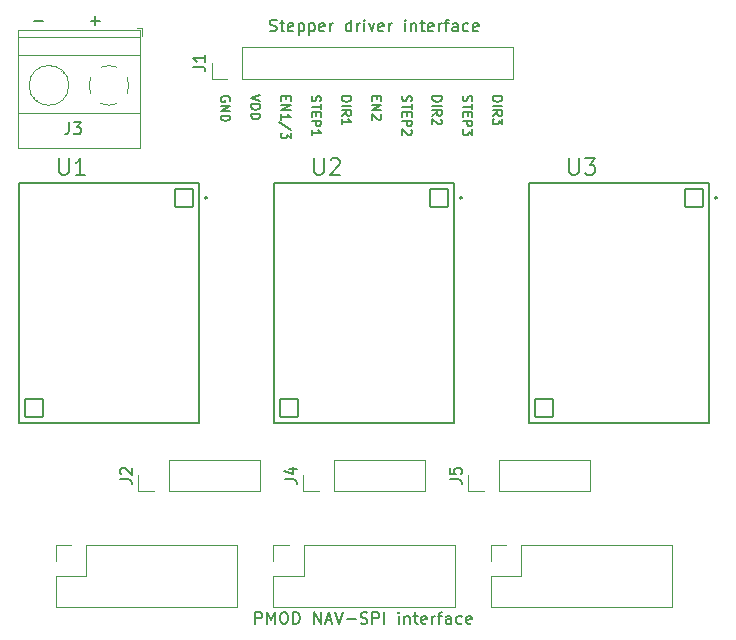
<source format=gto>
G04 #@! TF.GenerationSoftware,KiCad,Pcbnew,7.0.8*
G04 #@! TF.CreationDate,2024-02-17T11:27:20+01:00*
G04 #@! TF.ProjectId,PCB_V2,5043425f-5632-42e6-9b69-6361645f7063,rev?*
G04 #@! TF.SameCoordinates,Original*
G04 #@! TF.FileFunction,Legend,Top*
G04 #@! TF.FilePolarity,Positive*
%FSLAX46Y46*%
G04 Gerber Fmt 4.6, Leading zero omitted, Abs format (unit mm)*
G04 Created by KiCad (PCBNEW 7.0.8) date 2024-02-17 11:27:20*
%MOMM*%
%LPD*%
G01*
G04 APERTURE LIST*
G04 Aperture macros list*
%AMRoundRect*
0 Rectangle with rounded corners*
0 $1 Rounding radius*
0 $2 $3 $4 $5 $6 $7 $8 $9 X,Y pos of 4 corners*
0 Add a 4 corners polygon primitive as box body*
4,1,4,$2,$3,$4,$5,$6,$7,$8,$9,$2,$3,0*
0 Add four circle primitives for the rounded corners*
1,1,$1+$1,$2,$3*
1,1,$1+$1,$4,$5*
1,1,$1+$1,$6,$7*
1,1,$1+$1,$8,$9*
0 Add four rect primitives between the rounded corners*
20,1,$1+$1,$2,$3,$4,$5,0*
20,1,$1+$1,$4,$5,$6,$7,0*
20,1,$1+$1,$6,$7,$8,$9,0*
20,1,$1+$1,$8,$9,$2,$3,0*%
G04 Aperture macros list end*
%ADD10C,0.150000*%
%ADD11C,0.200000*%
%ADD12C,0.127000*%
%ADD13C,0.120000*%
%ADD14O,1.700000X1.700000*%
%ADD15R,1.700000X1.700000*%
%ADD16C,5.400000*%
%ADD17C,3.100000*%
%ADD18RoundRect,0.102000X-0.762000X-0.762000X0.762000X-0.762000X0.762000X0.762000X-0.762000X0.762000X0*%
%ADD19C,1.728000*%
%ADD20C,2.600000*%
%ADD21R,2.600000X2.600000*%
G04 APERTURE END LIST*
D10*
X210947192Y-38387969D02*
X211742192Y-38387969D01*
X211742192Y-38387969D02*
X211742192Y-38577255D01*
X211742192Y-38577255D02*
X211704335Y-38690826D01*
X211704335Y-38690826D02*
X211628621Y-38766541D01*
X211628621Y-38766541D02*
X211552907Y-38804398D01*
X211552907Y-38804398D02*
X211401478Y-38842255D01*
X211401478Y-38842255D02*
X211287907Y-38842255D01*
X211287907Y-38842255D02*
X211136478Y-38804398D01*
X211136478Y-38804398D02*
X211060764Y-38766541D01*
X211060764Y-38766541D02*
X210985050Y-38690826D01*
X210985050Y-38690826D02*
X210947192Y-38577255D01*
X210947192Y-38577255D02*
X210947192Y-38387969D01*
X210947192Y-39182969D02*
X211742192Y-39182969D01*
X210947192Y-40015826D02*
X211325764Y-39750826D01*
X210947192Y-39561540D02*
X211742192Y-39561540D01*
X211742192Y-39561540D02*
X211742192Y-39864397D01*
X211742192Y-39864397D02*
X211704335Y-39940112D01*
X211704335Y-39940112D02*
X211666478Y-39977969D01*
X211666478Y-39977969D02*
X211590764Y-40015826D01*
X211590764Y-40015826D02*
X211477192Y-40015826D01*
X211477192Y-40015826D02*
X211401478Y-39977969D01*
X211401478Y-39977969D02*
X211363621Y-39940112D01*
X211363621Y-39940112D02*
X211325764Y-39864397D01*
X211325764Y-39864397D02*
X211325764Y-39561540D01*
X211742192Y-40280826D02*
X211742192Y-40772969D01*
X211742192Y-40772969D02*
X211439335Y-40507969D01*
X211439335Y-40507969D02*
X211439335Y-40621540D01*
X211439335Y-40621540D02*
X211401478Y-40697255D01*
X211401478Y-40697255D02*
X211363621Y-40735112D01*
X211363621Y-40735112D02*
X211287907Y-40772969D01*
X211287907Y-40772969D02*
X211098621Y-40772969D01*
X211098621Y-40772969D02*
X211022907Y-40735112D01*
X211022907Y-40735112D02*
X210985050Y-40697255D01*
X210985050Y-40697255D02*
X210947192Y-40621540D01*
X210947192Y-40621540D02*
X210947192Y-40394397D01*
X210947192Y-40394397D02*
X210985050Y-40318683D01*
X210985050Y-40318683D02*
X211022907Y-40280826D01*
X208425150Y-38350112D02*
X208387292Y-38463684D01*
X208387292Y-38463684D02*
X208387292Y-38652969D01*
X208387292Y-38652969D02*
X208425150Y-38728684D01*
X208425150Y-38728684D02*
X208463007Y-38766541D01*
X208463007Y-38766541D02*
X208538721Y-38804398D01*
X208538721Y-38804398D02*
X208614435Y-38804398D01*
X208614435Y-38804398D02*
X208690150Y-38766541D01*
X208690150Y-38766541D02*
X208728007Y-38728684D01*
X208728007Y-38728684D02*
X208765864Y-38652969D01*
X208765864Y-38652969D02*
X208803721Y-38501541D01*
X208803721Y-38501541D02*
X208841578Y-38425826D01*
X208841578Y-38425826D02*
X208879435Y-38387969D01*
X208879435Y-38387969D02*
X208955150Y-38350112D01*
X208955150Y-38350112D02*
X209030864Y-38350112D01*
X209030864Y-38350112D02*
X209106578Y-38387969D01*
X209106578Y-38387969D02*
X209144435Y-38425826D01*
X209144435Y-38425826D02*
X209182292Y-38501541D01*
X209182292Y-38501541D02*
X209182292Y-38690826D01*
X209182292Y-38690826D02*
X209144435Y-38804398D01*
X209182292Y-39031541D02*
X209182292Y-39485827D01*
X208387292Y-39258684D02*
X209182292Y-39258684D01*
X208803721Y-39750826D02*
X208803721Y-40015826D01*
X208387292Y-40129398D02*
X208387292Y-39750826D01*
X208387292Y-39750826D02*
X209182292Y-39750826D01*
X209182292Y-39750826D02*
X209182292Y-40129398D01*
X208387292Y-40470112D02*
X209182292Y-40470112D01*
X209182292Y-40470112D02*
X209182292Y-40772969D01*
X209182292Y-40772969D02*
X209144435Y-40848684D01*
X209144435Y-40848684D02*
X209106578Y-40886541D01*
X209106578Y-40886541D02*
X209030864Y-40924398D01*
X209030864Y-40924398D02*
X208917292Y-40924398D01*
X208917292Y-40924398D02*
X208841578Y-40886541D01*
X208841578Y-40886541D02*
X208803721Y-40848684D01*
X208803721Y-40848684D02*
X208765864Y-40772969D01*
X208765864Y-40772969D02*
X208765864Y-40470112D01*
X209182292Y-41189398D02*
X209182292Y-41681541D01*
X209182292Y-41681541D02*
X208879435Y-41416541D01*
X208879435Y-41416541D02*
X208879435Y-41530112D01*
X208879435Y-41530112D02*
X208841578Y-41605827D01*
X208841578Y-41605827D02*
X208803721Y-41643684D01*
X208803721Y-41643684D02*
X208728007Y-41681541D01*
X208728007Y-41681541D02*
X208538721Y-41681541D01*
X208538721Y-41681541D02*
X208463007Y-41643684D01*
X208463007Y-41643684D02*
X208425150Y-41605827D01*
X208425150Y-41605827D02*
X208387292Y-41530112D01*
X208387292Y-41530112D02*
X208387292Y-41302969D01*
X208387292Y-41302969D02*
X208425150Y-41227255D01*
X208425150Y-41227255D02*
X208463007Y-41189398D01*
X205827392Y-38387969D02*
X206622392Y-38387969D01*
X206622392Y-38387969D02*
X206622392Y-38577255D01*
X206622392Y-38577255D02*
X206584535Y-38690826D01*
X206584535Y-38690826D02*
X206508821Y-38766541D01*
X206508821Y-38766541D02*
X206433107Y-38804398D01*
X206433107Y-38804398D02*
X206281678Y-38842255D01*
X206281678Y-38842255D02*
X206168107Y-38842255D01*
X206168107Y-38842255D02*
X206016678Y-38804398D01*
X206016678Y-38804398D02*
X205940964Y-38766541D01*
X205940964Y-38766541D02*
X205865250Y-38690826D01*
X205865250Y-38690826D02*
X205827392Y-38577255D01*
X205827392Y-38577255D02*
X205827392Y-38387969D01*
X205827392Y-39182969D02*
X206622392Y-39182969D01*
X205827392Y-40015826D02*
X206205964Y-39750826D01*
X205827392Y-39561540D02*
X206622392Y-39561540D01*
X206622392Y-39561540D02*
X206622392Y-39864397D01*
X206622392Y-39864397D02*
X206584535Y-39940112D01*
X206584535Y-39940112D02*
X206546678Y-39977969D01*
X206546678Y-39977969D02*
X206470964Y-40015826D01*
X206470964Y-40015826D02*
X206357392Y-40015826D01*
X206357392Y-40015826D02*
X206281678Y-39977969D01*
X206281678Y-39977969D02*
X206243821Y-39940112D01*
X206243821Y-39940112D02*
X206205964Y-39864397D01*
X206205964Y-39864397D02*
X206205964Y-39561540D01*
X206546678Y-40318683D02*
X206584535Y-40356540D01*
X206584535Y-40356540D02*
X206622392Y-40432255D01*
X206622392Y-40432255D02*
X206622392Y-40621540D01*
X206622392Y-40621540D02*
X206584535Y-40697255D01*
X206584535Y-40697255D02*
X206546678Y-40735112D01*
X206546678Y-40735112D02*
X206470964Y-40772969D01*
X206470964Y-40772969D02*
X206395250Y-40772969D01*
X206395250Y-40772969D02*
X206281678Y-40735112D01*
X206281678Y-40735112D02*
X205827392Y-40280826D01*
X205827392Y-40280826D02*
X205827392Y-40772969D01*
X203305350Y-38350112D02*
X203267492Y-38463684D01*
X203267492Y-38463684D02*
X203267492Y-38652969D01*
X203267492Y-38652969D02*
X203305350Y-38728684D01*
X203305350Y-38728684D02*
X203343207Y-38766541D01*
X203343207Y-38766541D02*
X203418921Y-38804398D01*
X203418921Y-38804398D02*
X203494635Y-38804398D01*
X203494635Y-38804398D02*
X203570350Y-38766541D01*
X203570350Y-38766541D02*
X203608207Y-38728684D01*
X203608207Y-38728684D02*
X203646064Y-38652969D01*
X203646064Y-38652969D02*
X203683921Y-38501541D01*
X203683921Y-38501541D02*
X203721778Y-38425826D01*
X203721778Y-38425826D02*
X203759635Y-38387969D01*
X203759635Y-38387969D02*
X203835350Y-38350112D01*
X203835350Y-38350112D02*
X203911064Y-38350112D01*
X203911064Y-38350112D02*
X203986778Y-38387969D01*
X203986778Y-38387969D02*
X204024635Y-38425826D01*
X204024635Y-38425826D02*
X204062492Y-38501541D01*
X204062492Y-38501541D02*
X204062492Y-38690826D01*
X204062492Y-38690826D02*
X204024635Y-38804398D01*
X204062492Y-39031541D02*
X204062492Y-39485827D01*
X203267492Y-39258684D02*
X204062492Y-39258684D01*
X203683921Y-39750826D02*
X203683921Y-40015826D01*
X203267492Y-40129398D02*
X203267492Y-39750826D01*
X203267492Y-39750826D02*
X204062492Y-39750826D01*
X204062492Y-39750826D02*
X204062492Y-40129398D01*
X203267492Y-40470112D02*
X204062492Y-40470112D01*
X204062492Y-40470112D02*
X204062492Y-40772969D01*
X204062492Y-40772969D02*
X204024635Y-40848684D01*
X204024635Y-40848684D02*
X203986778Y-40886541D01*
X203986778Y-40886541D02*
X203911064Y-40924398D01*
X203911064Y-40924398D02*
X203797492Y-40924398D01*
X203797492Y-40924398D02*
X203721778Y-40886541D01*
X203721778Y-40886541D02*
X203683921Y-40848684D01*
X203683921Y-40848684D02*
X203646064Y-40772969D01*
X203646064Y-40772969D02*
X203646064Y-40470112D01*
X203986778Y-41227255D02*
X204024635Y-41265112D01*
X204024635Y-41265112D02*
X204062492Y-41340827D01*
X204062492Y-41340827D02*
X204062492Y-41530112D01*
X204062492Y-41530112D02*
X204024635Y-41605827D01*
X204024635Y-41605827D02*
X203986778Y-41643684D01*
X203986778Y-41643684D02*
X203911064Y-41681541D01*
X203911064Y-41681541D02*
X203835350Y-41681541D01*
X203835350Y-41681541D02*
X203721778Y-41643684D01*
X203721778Y-41643684D02*
X203267492Y-41189398D01*
X203267492Y-41189398D02*
X203267492Y-41681541D01*
X201124021Y-38387969D02*
X201124021Y-38652969D01*
X200707592Y-38766541D02*
X200707592Y-38387969D01*
X200707592Y-38387969D02*
X201502592Y-38387969D01*
X201502592Y-38387969D02*
X201502592Y-38766541D01*
X200707592Y-39107255D02*
X201502592Y-39107255D01*
X201502592Y-39107255D02*
X200707592Y-39561541D01*
X200707592Y-39561541D02*
X201502592Y-39561541D01*
X201426878Y-39902255D02*
X201464735Y-39940112D01*
X201464735Y-39940112D02*
X201502592Y-40015827D01*
X201502592Y-40015827D02*
X201502592Y-40205112D01*
X201502592Y-40205112D02*
X201464735Y-40280827D01*
X201464735Y-40280827D02*
X201426878Y-40318684D01*
X201426878Y-40318684D02*
X201351164Y-40356541D01*
X201351164Y-40356541D02*
X201275450Y-40356541D01*
X201275450Y-40356541D02*
X201161878Y-40318684D01*
X201161878Y-40318684D02*
X200707592Y-39864398D01*
X200707592Y-39864398D02*
X200707592Y-40356541D01*
X198147692Y-38387969D02*
X198942692Y-38387969D01*
X198942692Y-38387969D02*
X198942692Y-38577255D01*
X198942692Y-38577255D02*
X198904835Y-38690826D01*
X198904835Y-38690826D02*
X198829121Y-38766541D01*
X198829121Y-38766541D02*
X198753407Y-38804398D01*
X198753407Y-38804398D02*
X198601978Y-38842255D01*
X198601978Y-38842255D02*
X198488407Y-38842255D01*
X198488407Y-38842255D02*
X198336978Y-38804398D01*
X198336978Y-38804398D02*
X198261264Y-38766541D01*
X198261264Y-38766541D02*
X198185550Y-38690826D01*
X198185550Y-38690826D02*
X198147692Y-38577255D01*
X198147692Y-38577255D02*
X198147692Y-38387969D01*
X198147692Y-39182969D02*
X198942692Y-39182969D01*
X198147692Y-40015826D02*
X198526264Y-39750826D01*
X198147692Y-39561540D02*
X198942692Y-39561540D01*
X198942692Y-39561540D02*
X198942692Y-39864397D01*
X198942692Y-39864397D02*
X198904835Y-39940112D01*
X198904835Y-39940112D02*
X198866978Y-39977969D01*
X198866978Y-39977969D02*
X198791264Y-40015826D01*
X198791264Y-40015826D02*
X198677692Y-40015826D01*
X198677692Y-40015826D02*
X198601978Y-39977969D01*
X198601978Y-39977969D02*
X198564121Y-39940112D01*
X198564121Y-39940112D02*
X198526264Y-39864397D01*
X198526264Y-39864397D02*
X198526264Y-39561540D01*
X198147692Y-40772969D02*
X198147692Y-40318683D01*
X198147692Y-40545826D02*
X198942692Y-40545826D01*
X198942692Y-40545826D02*
X198829121Y-40470112D01*
X198829121Y-40470112D02*
X198753407Y-40394397D01*
X198753407Y-40394397D02*
X198715550Y-40318683D01*
X195625650Y-38350112D02*
X195587792Y-38463684D01*
X195587792Y-38463684D02*
X195587792Y-38652969D01*
X195587792Y-38652969D02*
X195625650Y-38728684D01*
X195625650Y-38728684D02*
X195663507Y-38766541D01*
X195663507Y-38766541D02*
X195739221Y-38804398D01*
X195739221Y-38804398D02*
X195814935Y-38804398D01*
X195814935Y-38804398D02*
X195890650Y-38766541D01*
X195890650Y-38766541D02*
X195928507Y-38728684D01*
X195928507Y-38728684D02*
X195966364Y-38652969D01*
X195966364Y-38652969D02*
X196004221Y-38501541D01*
X196004221Y-38501541D02*
X196042078Y-38425826D01*
X196042078Y-38425826D02*
X196079935Y-38387969D01*
X196079935Y-38387969D02*
X196155650Y-38350112D01*
X196155650Y-38350112D02*
X196231364Y-38350112D01*
X196231364Y-38350112D02*
X196307078Y-38387969D01*
X196307078Y-38387969D02*
X196344935Y-38425826D01*
X196344935Y-38425826D02*
X196382792Y-38501541D01*
X196382792Y-38501541D02*
X196382792Y-38690826D01*
X196382792Y-38690826D02*
X196344935Y-38804398D01*
X196382792Y-39031541D02*
X196382792Y-39485827D01*
X195587792Y-39258684D02*
X196382792Y-39258684D01*
X196004221Y-39750826D02*
X196004221Y-40015826D01*
X195587792Y-40129398D02*
X195587792Y-39750826D01*
X195587792Y-39750826D02*
X196382792Y-39750826D01*
X196382792Y-39750826D02*
X196382792Y-40129398D01*
X195587792Y-40470112D02*
X196382792Y-40470112D01*
X196382792Y-40470112D02*
X196382792Y-40772969D01*
X196382792Y-40772969D02*
X196344935Y-40848684D01*
X196344935Y-40848684D02*
X196307078Y-40886541D01*
X196307078Y-40886541D02*
X196231364Y-40924398D01*
X196231364Y-40924398D02*
X196117792Y-40924398D01*
X196117792Y-40924398D02*
X196042078Y-40886541D01*
X196042078Y-40886541D02*
X196004221Y-40848684D01*
X196004221Y-40848684D02*
X195966364Y-40772969D01*
X195966364Y-40772969D02*
X195966364Y-40470112D01*
X195587792Y-41681541D02*
X195587792Y-41227255D01*
X195587792Y-41454398D02*
X196382792Y-41454398D01*
X196382792Y-41454398D02*
X196269221Y-41378684D01*
X196269221Y-41378684D02*
X196193507Y-41302969D01*
X196193507Y-41302969D02*
X196155650Y-41227255D01*
X193444321Y-38387969D02*
X193444321Y-38652969D01*
X193027892Y-38766541D02*
X193027892Y-38387969D01*
X193027892Y-38387969D02*
X193822892Y-38387969D01*
X193822892Y-38387969D02*
X193822892Y-38766541D01*
X193027892Y-39107255D02*
X193822892Y-39107255D01*
X193822892Y-39107255D02*
X193027892Y-39561541D01*
X193027892Y-39561541D02*
X193822892Y-39561541D01*
X193027892Y-40356541D02*
X193027892Y-39902255D01*
X193027892Y-40129398D02*
X193822892Y-40129398D01*
X193822892Y-40129398D02*
X193709321Y-40053684D01*
X193709321Y-40053684D02*
X193633607Y-39977969D01*
X193633607Y-39977969D02*
X193595750Y-39902255D01*
X193860750Y-41265112D02*
X192838607Y-40583684D01*
X193822892Y-41454398D02*
X193822892Y-41946541D01*
X193822892Y-41946541D02*
X193520035Y-41681541D01*
X193520035Y-41681541D02*
X193520035Y-41795112D01*
X193520035Y-41795112D02*
X193482178Y-41870827D01*
X193482178Y-41870827D02*
X193444321Y-41908684D01*
X193444321Y-41908684D02*
X193368607Y-41946541D01*
X193368607Y-41946541D02*
X193179321Y-41946541D01*
X193179321Y-41946541D02*
X193103607Y-41908684D01*
X193103607Y-41908684D02*
X193065750Y-41870827D01*
X193065750Y-41870827D02*
X193027892Y-41795112D01*
X193027892Y-41795112D02*
X193027892Y-41567969D01*
X193027892Y-41567969D02*
X193065750Y-41492255D01*
X193065750Y-41492255D02*
X193103607Y-41454398D01*
X191262992Y-38274398D02*
X190467992Y-38539398D01*
X190467992Y-38539398D02*
X191262992Y-38804398D01*
X190467992Y-39069398D02*
X191262992Y-39069398D01*
X191262992Y-39069398D02*
X191262992Y-39258684D01*
X191262992Y-39258684D02*
X191225135Y-39372255D01*
X191225135Y-39372255D02*
X191149421Y-39447970D01*
X191149421Y-39447970D02*
X191073707Y-39485827D01*
X191073707Y-39485827D02*
X190922278Y-39523684D01*
X190922278Y-39523684D02*
X190808707Y-39523684D01*
X190808707Y-39523684D02*
X190657278Y-39485827D01*
X190657278Y-39485827D02*
X190581564Y-39447970D01*
X190581564Y-39447970D02*
X190505850Y-39372255D01*
X190505850Y-39372255D02*
X190467992Y-39258684D01*
X190467992Y-39258684D02*
X190467992Y-39069398D01*
X190467992Y-39864398D02*
X191262992Y-39864398D01*
X191262992Y-39864398D02*
X191262992Y-40053684D01*
X191262992Y-40053684D02*
X191225135Y-40167255D01*
X191225135Y-40167255D02*
X191149421Y-40242970D01*
X191149421Y-40242970D02*
X191073707Y-40280827D01*
X191073707Y-40280827D02*
X190922278Y-40318684D01*
X190922278Y-40318684D02*
X190808707Y-40318684D01*
X190808707Y-40318684D02*
X190657278Y-40280827D01*
X190657278Y-40280827D02*
X190581564Y-40242970D01*
X190581564Y-40242970D02*
X190505850Y-40167255D01*
X190505850Y-40167255D02*
X190467992Y-40053684D01*
X190467992Y-40053684D02*
X190467992Y-39864398D01*
X188665235Y-38804398D02*
X188703092Y-38728684D01*
X188703092Y-38728684D02*
X188703092Y-38615112D01*
X188703092Y-38615112D02*
X188665235Y-38501541D01*
X188665235Y-38501541D02*
X188589521Y-38425826D01*
X188589521Y-38425826D02*
X188513807Y-38387969D01*
X188513807Y-38387969D02*
X188362378Y-38350112D01*
X188362378Y-38350112D02*
X188248807Y-38350112D01*
X188248807Y-38350112D02*
X188097378Y-38387969D01*
X188097378Y-38387969D02*
X188021664Y-38425826D01*
X188021664Y-38425826D02*
X187945950Y-38501541D01*
X187945950Y-38501541D02*
X187908092Y-38615112D01*
X187908092Y-38615112D02*
X187908092Y-38690826D01*
X187908092Y-38690826D02*
X187945950Y-38804398D01*
X187945950Y-38804398D02*
X187983807Y-38842255D01*
X187983807Y-38842255D02*
X188248807Y-38842255D01*
X188248807Y-38842255D02*
X188248807Y-38690826D01*
X187908092Y-39182969D02*
X188703092Y-39182969D01*
X188703092Y-39182969D02*
X187908092Y-39637255D01*
X187908092Y-39637255D02*
X188703092Y-39637255D01*
X187908092Y-40015826D02*
X188703092Y-40015826D01*
X188703092Y-40015826D02*
X188703092Y-40205112D01*
X188703092Y-40205112D02*
X188665235Y-40318683D01*
X188665235Y-40318683D02*
X188589521Y-40394398D01*
X188589521Y-40394398D02*
X188513807Y-40432255D01*
X188513807Y-40432255D02*
X188362378Y-40470112D01*
X188362378Y-40470112D02*
X188248807Y-40470112D01*
X188248807Y-40470112D02*
X188097378Y-40432255D01*
X188097378Y-40432255D02*
X188021664Y-40394398D01*
X188021664Y-40394398D02*
X187945950Y-40318683D01*
X187945950Y-40318683D02*
X187908092Y-40205112D01*
X187908092Y-40205112D02*
X187908092Y-40015826D01*
X192059160Y-32842200D02*
X192202017Y-32889819D01*
X192202017Y-32889819D02*
X192440112Y-32889819D01*
X192440112Y-32889819D02*
X192535350Y-32842200D01*
X192535350Y-32842200D02*
X192582969Y-32794580D01*
X192582969Y-32794580D02*
X192630588Y-32699342D01*
X192630588Y-32699342D02*
X192630588Y-32604104D01*
X192630588Y-32604104D02*
X192582969Y-32508866D01*
X192582969Y-32508866D02*
X192535350Y-32461247D01*
X192535350Y-32461247D02*
X192440112Y-32413628D01*
X192440112Y-32413628D02*
X192249636Y-32366009D01*
X192249636Y-32366009D02*
X192154398Y-32318390D01*
X192154398Y-32318390D02*
X192106779Y-32270771D01*
X192106779Y-32270771D02*
X192059160Y-32175533D01*
X192059160Y-32175533D02*
X192059160Y-32080295D01*
X192059160Y-32080295D02*
X192106779Y-31985057D01*
X192106779Y-31985057D02*
X192154398Y-31937438D01*
X192154398Y-31937438D02*
X192249636Y-31889819D01*
X192249636Y-31889819D02*
X192487731Y-31889819D01*
X192487731Y-31889819D02*
X192630588Y-31937438D01*
X192916303Y-32223152D02*
X193297255Y-32223152D01*
X193059160Y-31889819D02*
X193059160Y-32746961D01*
X193059160Y-32746961D02*
X193106779Y-32842200D01*
X193106779Y-32842200D02*
X193202017Y-32889819D01*
X193202017Y-32889819D02*
X193297255Y-32889819D01*
X194011541Y-32842200D02*
X193916303Y-32889819D01*
X193916303Y-32889819D02*
X193725827Y-32889819D01*
X193725827Y-32889819D02*
X193630589Y-32842200D01*
X193630589Y-32842200D02*
X193582970Y-32746961D01*
X193582970Y-32746961D02*
X193582970Y-32366009D01*
X193582970Y-32366009D02*
X193630589Y-32270771D01*
X193630589Y-32270771D02*
X193725827Y-32223152D01*
X193725827Y-32223152D02*
X193916303Y-32223152D01*
X193916303Y-32223152D02*
X194011541Y-32270771D01*
X194011541Y-32270771D02*
X194059160Y-32366009D01*
X194059160Y-32366009D02*
X194059160Y-32461247D01*
X194059160Y-32461247D02*
X193582970Y-32556485D01*
X194487732Y-32223152D02*
X194487732Y-33223152D01*
X194487732Y-32270771D02*
X194582970Y-32223152D01*
X194582970Y-32223152D02*
X194773446Y-32223152D01*
X194773446Y-32223152D02*
X194868684Y-32270771D01*
X194868684Y-32270771D02*
X194916303Y-32318390D01*
X194916303Y-32318390D02*
X194963922Y-32413628D01*
X194963922Y-32413628D02*
X194963922Y-32699342D01*
X194963922Y-32699342D02*
X194916303Y-32794580D01*
X194916303Y-32794580D02*
X194868684Y-32842200D01*
X194868684Y-32842200D02*
X194773446Y-32889819D01*
X194773446Y-32889819D02*
X194582970Y-32889819D01*
X194582970Y-32889819D02*
X194487732Y-32842200D01*
X195392494Y-32223152D02*
X195392494Y-33223152D01*
X195392494Y-32270771D02*
X195487732Y-32223152D01*
X195487732Y-32223152D02*
X195678208Y-32223152D01*
X195678208Y-32223152D02*
X195773446Y-32270771D01*
X195773446Y-32270771D02*
X195821065Y-32318390D01*
X195821065Y-32318390D02*
X195868684Y-32413628D01*
X195868684Y-32413628D02*
X195868684Y-32699342D01*
X195868684Y-32699342D02*
X195821065Y-32794580D01*
X195821065Y-32794580D02*
X195773446Y-32842200D01*
X195773446Y-32842200D02*
X195678208Y-32889819D01*
X195678208Y-32889819D02*
X195487732Y-32889819D01*
X195487732Y-32889819D02*
X195392494Y-32842200D01*
X196678208Y-32842200D02*
X196582970Y-32889819D01*
X196582970Y-32889819D02*
X196392494Y-32889819D01*
X196392494Y-32889819D02*
X196297256Y-32842200D01*
X196297256Y-32842200D02*
X196249637Y-32746961D01*
X196249637Y-32746961D02*
X196249637Y-32366009D01*
X196249637Y-32366009D02*
X196297256Y-32270771D01*
X196297256Y-32270771D02*
X196392494Y-32223152D01*
X196392494Y-32223152D02*
X196582970Y-32223152D01*
X196582970Y-32223152D02*
X196678208Y-32270771D01*
X196678208Y-32270771D02*
X196725827Y-32366009D01*
X196725827Y-32366009D02*
X196725827Y-32461247D01*
X196725827Y-32461247D02*
X196249637Y-32556485D01*
X197154399Y-32889819D02*
X197154399Y-32223152D01*
X197154399Y-32413628D02*
X197202018Y-32318390D01*
X197202018Y-32318390D02*
X197249637Y-32270771D01*
X197249637Y-32270771D02*
X197344875Y-32223152D01*
X197344875Y-32223152D02*
X197440113Y-32223152D01*
X198963923Y-32889819D02*
X198963923Y-31889819D01*
X198963923Y-32842200D02*
X198868685Y-32889819D01*
X198868685Y-32889819D02*
X198678209Y-32889819D01*
X198678209Y-32889819D02*
X198582971Y-32842200D01*
X198582971Y-32842200D02*
X198535352Y-32794580D01*
X198535352Y-32794580D02*
X198487733Y-32699342D01*
X198487733Y-32699342D02*
X198487733Y-32413628D01*
X198487733Y-32413628D02*
X198535352Y-32318390D01*
X198535352Y-32318390D02*
X198582971Y-32270771D01*
X198582971Y-32270771D02*
X198678209Y-32223152D01*
X198678209Y-32223152D02*
X198868685Y-32223152D01*
X198868685Y-32223152D02*
X198963923Y-32270771D01*
X199440114Y-32889819D02*
X199440114Y-32223152D01*
X199440114Y-32413628D02*
X199487733Y-32318390D01*
X199487733Y-32318390D02*
X199535352Y-32270771D01*
X199535352Y-32270771D02*
X199630590Y-32223152D01*
X199630590Y-32223152D02*
X199725828Y-32223152D01*
X200059162Y-32889819D02*
X200059162Y-32223152D01*
X200059162Y-31889819D02*
X200011543Y-31937438D01*
X200011543Y-31937438D02*
X200059162Y-31985057D01*
X200059162Y-31985057D02*
X200106781Y-31937438D01*
X200106781Y-31937438D02*
X200059162Y-31889819D01*
X200059162Y-31889819D02*
X200059162Y-31985057D01*
X200440114Y-32223152D02*
X200678209Y-32889819D01*
X200678209Y-32889819D02*
X200916304Y-32223152D01*
X201678209Y-32842200D02*
X201582971Y-32889819D01*
X201582971Y-32889819D02*
X201392495Y-32889819D01*
X201392495Y-32889819D02*
X201297257Y-32842200D01*
X201297257Y-32842200D02*
X201249638Y-32746961D01*
X201249638Y-32746961D02*
X201249638Y-32366009D01*
X201249638Y-32366009D02*
X201297257Y-32270771D01*
X201297257Y-32270771D02*
X201392495Y-32223152D01*
X201392495Y-32223152D02*
X201582971Y-32223152D01*
X201582971Y-32223152D02*
X201678209Y-32270771D01*
X201678209Y-32270771D02*
X201725828Y-32366009D01*
X201725828Y-32366009D02*
X201725828Y-32461247D01*
X201725828Y-32461247D02*
X201249638Y-32556485D01*
X202154400Y-32889819D02*
X202154400Y-32223152D01*
X202154400Y-32413628D02*
X202202019Y-32318390D01*
X202202019Y-32318390D02*
X202249638Y-32270771D01*
X202249638Y-32270771D02*
X202344876Y-32223152D01*
X202344876Y-32223152D02*
X202440114Y-32223152D01*
X203535353Y-32889819D02*
X203535353Y-32223152D01*
X203535353Y-31889819D02*
X203487734Y-31937438D01*
X203487734Y-31937438D02*
X203535353Y-31985057D01*
X203535353Y-31985057D02*
X203582972Y-31937438D01*
X203582972Y-31937438D02*
X203535353Y-31889819D01*
X203535353Y-31889819D02*
X203535353Y-31985057D01*
X204011543Y-32223152D02*
X204011543Y-32889819D01*
X204011543Y-32318390D02*
X204059162Y-32270771D01*
X204059162Y-32270771D02*
X204154400Y-32223152D01*
X204154400Y-32223152D02*
X204297257Y-32223152D01*
X204297257Y-32223152D02*
X204392495Y-32270771D01*
X204392495Y-32270771D02*
X204440114Y-32366009D01*
X204440114Y-32366009D02*
X204440114Y-32889819D01*
X204773448Y-32223152D02*
X205154400Y-32223152D01*
X204916305Y-31889819D02*
X204916305Y-32746961D01*
X204916305Y-32746961D02*
X204963924Y-32842200D01*
X204963924Y-32842200D02*
X205059162Y-32889819D01*
X205059162Y-32889819D02*
X205154400Y-32889819D01*
X205868686Y-32842200D02*
X205773448Y-32889819D01*
X205773448Y-32889819D02*
X205582972Y-32889819D01*
X205582972Y-32889819D02*
X205487734Y-32842200D01*
X205487734Y-32842200D02*
X205440115Y-32746961D01*
X205440115Y-32746961D02*
X205440115Y-32366009D01*
X205440115Y-32366009D02*
X205487734Y-32270771D01*
X205487734Y-32270771D02*
X205582972Y-32223152D01*
X205582972Y-32223152D02*
X205773448Y-32223152D01*
X205773448Y-32223152D02*
X205868686Y-32270771D01*
X205868686Y-32270771D02*
X205916305Y-32366009D01*
X205916305Y-32366009D02*
X205916305Y-32461247D01*
X205916305Y-32461247D02*
X205440115Y-32556485D01*
X206344877Y-32889819D02*
X206344877Y-32223152D01*
X206344877Y-32413628D02*
X206392496Y-32318390D01*
X206392496Y-32318390D02*
X206440115Y-32270771D01*
X206440115Y-32270771D02*
X206535353Y-32223152D01*
X206535353Y-32223152D02*
X206630591Y-32223152D01*
X206821068Y-32223152D02*
X207202020Y-32223152D01*
X206963925Y-32889819D02*
X206963925Y-32032676D01*
X206963925Y-32032676D02*
X207011544Y-31937438D01*
X207011544Y-31937438D02*
X207106782Y-31889819D01*
X207106782Y-31889819D02*
X207202020Y-31889819D01*
X207963925Y-32889819D02*
X207963925Y-32366009D01*
X207963925Y-32366009D02*
X207916306Y-32270771D01*
X207916306Y-32270771D02*
X207821068Y-32223152D01*
X207821068Y-32223152D02*
X207630592Y-32223152D01*
X207630592Y-32223152D02*
X207535354Y-32270771D01*
X207963925Y-32842200D02*
X207868687Y-32889819D01*
X207868687Y-32889819D02*
X207630592Y-32889819D01*
X207630592Y-32889819D02*
X207535354Y-32842200D01*
X207535354Y-32842200D02*
X207487735Y-32746961D01*
X207487735Y-32746961D02*
X207487735Y-32651723D01*
X207487735Y-32651723D02*
X207535354Y-32556485D01*
X207535354Y-32556485D02*
X207630592Y-32508866D01*
X207630592Y-32508866D02*
X207868687Y-32508866D01*
X207868687Y-32508866D02*
X207963925Y-32461247D01*
X208868687Y-32842200D02*
X208773449Y-32889819D01*
X208773449Y-32889819D02*
X208582973Y-32889819D01*
X208582973Y-32889819D02*
X208487735Y-32842200D01*
X208487735Y-32842200D02*
X208440116Y-32794580D01*
X208440116Y-32794580D02*
X208392497Y-32699342D01*
X208392497Y-32699342D02*
X208392497Y-32413628D01*
X208392497Y-32413628D02*
X208440116Y-32318390D01*
X208440116Y-32318390D02*
X208487735Y-32270771D01*
X208487735Y-32270771D02*
X208582973Y-32223152D01*
X208582973Y-32223152D02*
X208773449Y-32223152D01*
X208773449Y-32223152D02*
X208868687Y-32270771D01*
X209678211Y-32842200D02*
X209582973Y-32889819D01*
X209582973Y-32889819D02*
X209392497Y-32889819D01*
X209392497Y-32889819D02*
X209297259Y-32842200D01*
X209297259Y-32842200D02*
X209249640Y-32746961D01*
X209249640Y-32746961D02*
X209249640Y-32366009D01*
X209249640Y-32366009D02*
X209297259Y-32270771D01*
X209297259Y-32270771D02*
X209392497Y-32223152D01*
X209392497Y-32223152D02*
X209582973Y-32223152D01*
X209582973Y-32223152D02*
X209678211Y-32270771D01*
X209678211Y-32270771D02*
X209725830Y-32366009D01*
X209725830Y-32366009D02*
X209725830Y-32461247D01*
X209725830Y-32461247D02*
X209249640Y-32556485D01*
D11*
X176899673Y-31998266D02*
X177661578Y-31998266D01*
X177280625Y-32379219D02*
X177280625Y-31617314D01*
X172073673Y-31998266D02*
X172835578Y-31998266D01*
D10*
X190836779Y-83054819D02*
X190836779Y-82054819D01*
X190836779Y-82054819D02*
X191217731Y-82054819D01*
X191217731Y-82054819D02*
X191312969Y-82102438D01*
X191312969Y-82102438D02*
X191360588Y-82150057D01*
X191360588Y-82150057D02*
X191408207Y-82245295D01*
X191408207Y-82245295D02*
X191408207Y-82388152D01*
X191408207Y-82388152D02*
X191360588Y-82483390D01*
X191360588Y-82483390D02*
X191312969Y-82531009D01*
X191312969Y-82531009D02*
X191217731Y-82578628D01*
X191217731Y-82578628D02*
X190836779Y-82578628D01*
X191836779Y-83054819D02*
X191836779Y-82054819D01*
X191836779Y-82054819D02*
X192170112Y-82769104D01*
X192170112Y-82769104D02*
X192503445Y-82054819D01*
X192503445Y-82054819D02*
X192503445Y-83054819D01*
X193170112Y-82054819D02*
X193360588Y-82054819D01*
X193360588Y-82054819D02*
X193455826Y-82102438D01*
X193455826Y-82102438D02*
X193551064Y-82197676D01*
X193551064Y-82197676D02*
X193598683Y-82388152D01*
X193598683Y-82388152D02*
X193598683Y-82721485D01*
X193598683Y-82721485D02*
X193551064Y-82911961D01*
X193551064Y-82911961D02*
X193455826Y-83007200D01*
X193455826Y-83007200D02*
X193360588Y-83054819D01*
X193360588Y-83054819D02*
X193170112Y-83054819D01*
X193170112Y-83054819D02*
X193074874Y-83007200D01*
X193074874Y-83007200D02*
X192979636Y-82911961D01*
X192979636Y-82911961D02*
X192932017Y-82721485D01*
X192932017Y-82721485D02*
X192932017Y-82388152D01*
X192932017Y-82388152D02*
X192979636Y-82197676D01*
X192979636Y-82197676D02*
X193074874Y-82102438D01*
X193074874Y-82102438D02*
X193170112Y-82054819D01*
X194027255Y-83054819D02*
X194027255Y-82054819D01*
X194027255Y-82054819D02*
X194265350Y-82054819D01*
X194265350Y-82054819D02*
X194408207Y-82102438D01*
X194408207Y-82102438D02*
X194503445Y-82197676D01*
X194503445Y-82197676D02*
X194551064Y-82292914D01*
X194551064Y-82292914D02*
X194598683Y-82483390D01*
X194598683Y-82483390D02*
X194598683Y-82626247D01*
X194598683Y-82626247D02*
X194551064Y-82816723D01*
X194551064Y-82816723D02*
X194503445Y-82911961D01*
X194503445Y-82911961D02*
X194408207Y-83007200D01*
X194408207Y-83007200D02*
X194265350Y-83054819D01*
X194265350Y-83054819D02*
X194027255Y-83054819D01*
X195789160Y-83054819D02*
X195789160Y-82054819D01*
X195789160Y-82054819D02*
X196360588Y-83054819D01*
X196360588Y-83054819D02*
X196360588Y-82054819D01*
X196789160Y-82769104D02*
X197265350Y-82769104D01*
X196693922Y-83054819D02*
X197027255Y-82054819D01*
X197027255Y-82054819D02*
X197360588Y-83054819D01*
X197551065Y-82054819D02*
X197884398Y-83054819D01*
X197884398Y-83054819D02*
X198217731Y-82054819D01*
X198551065Y-82673866D02*
X199312970Y-82673866D01*
X199741541Y-83007200D02*
X199884398Y-83054819D01*
X199884398Y-83054819D02*
X200122493Y-83054819D01*
X200122493Y-83054819D02*
X200217731Y-83007200D01*
X200217731Y-83007200D02*
X200265350Y-82959580D01*
X200265350Y-82959580D02*
X200312969Y-82864342D01*
X200312969Y-82864342D02*
X200312969Y-82769104D01*
X200312969Y-82769104D02*
X200265350Y-82673866D01*
X200265350Y-82673866D02*
X200217731Y-82626247D01*
X200217731Y-82626247D02*
X200122493Y-82578628D01*
X200122493Y-82578628D02*
X199932017Y-82531009D01*
X199932017Y-82531009D02*
X199836779Y-82483390D01*
X199836779Y-82483390D02*
X199789160Y-82435771D01*
X199789160Y-82435771D02*
X199741541Y-82340533D01*
X199741541Y-82340533D02*
X199741541Y-82245295D01*
X199741541Y-82245295D02*
X199789160Y-82150057D01*
X199789160Y-82150057D02*
X199836779Y-82102438D01*
X199836779Y-82102438D02*
X199932017Y-82054819D01*
X199932017Y-82054819D02*
X200170112Y-82054819D01*
X200170112Y-82054819D02*
X200312969Y-82102438D01*
X200741541Y-83054819D02*
X200741541Y-82054819D01*
X200741541Y-82054819D02*
X201122493Y-82054819D01*
X201122493Y-82054819D02*
X201217731Y-82102438D01*
X201217731Y-82102438D02*
X201265350Y-82150057D01*
X201265350Y-82150057D02*
X201312969Y-82245295D01*
X201312969Y-82245295D02*
X201312969Y-82388152D01*
X201312969Y-82388152D02*
X201265350Y-82483390D01*
X201265350Y-82483390D02*
X201217731Y-82531009D01*
X201217731Y-82531009D02*
X201122493Y-82578628D01*
X201122493Y-82578628D02*
X200741541Y-82578628D01*
X201741541Y-83054819D02*
X201741541Y-82054819D01*
X202979636Y-83054819D02*
X202979636Y-82388152D01*
X202979636Y-82054819D02*
X202932017Y-82102438D01*
X202932017Y-82102438D02*
X202979636Y-82150057D01*
X202979636Y-82150057D02*
X203027255Y-82102438D01*
X203027255Y-82102438D02*
X202979636Y-82054819D01*
X202979636Y-82054819D02*
X202979636Y-82150057D01*
X203455826Y-82388152D02*
X203455826Y-83054819D01*
X203455826Y-82483390D02*
X203503445Y-82435771D01*
X203503445Y-82435771D02*
X203598683Y-82388152D01*
X203598683Y-82388152D02*
X203741540Y-82388152D01*
X203741540Y-82388152D02*
X203836778Y-82435771D01*
X203836778Y-82435771D02*
X203884397Y-82531009D01*
X203884397Y-82531009D02*
X203884397Y-83054819D01*
X204217731Y-82388152D02*
X204598683Y-82388152D01*
X204360588Y-82054819D02*
X204360588Y-82911961D01*
X204360588Y-82911961D02*
X204408207Y-83007200D01*
X204408207Y-83007200D02*
X204503445Y-83054819D01*
X204503445Y-83054819D02*
X204598683Y-83054819D01*
X205312969Y-83007200D02*
X205217731Y-83054819D01*
X205217731Y-83054819D02*
X205027255Y-83054819D01*
X205027255Y-83054819D02*
X204932017Y-83007200D01*
X204932017Y-83007200D02*
X204884398Y-82911961D01*
X204884398Y-82911961D02*
X204884398Y-82531009D01*
X204884398Y-82531009D02*
X204932017Y-82435771D01*
X204932017Y-82435771D02*
X205027255Y-82388152D01*
X205027255Y-82388152D02*
X205217731Y-82388152D01*
X205217731Y-82388152D02*
X205312969Y-82435771D01*
X205312969Y-82435771D02*
X205360588Y-82531009D01*
X205360588Y-82531009D02*
X205360588Y-82626247D01*
X205360588Y-82626247D02*
X204884398Y-82721485D01*
X205789160Y-83054819D02*
X205789160Y-82388152D01*
X205789160Y-82578628D02*
X205836779Y-82483390D01*
X205836779Y-82483390D02*
X205884398Y-82435771D01*
X205884398Y-82435771D02*
X205979636Y-82388152D01*
X205979636Y-82388152D02*
X206074874Y-82388152D01*
X206265351Y-82388152D02*
X206646303Y-82388152D01*
X206408208Y-83054819D02*
X206408208Y-82197676D01*
X206408208Y-82197676D02*
X206455827Y-82102438D01*
X206455827Y-82102438D02*
X206551065Y-82054819D01*
X206551065Y-82054819D02*
X206646303Y-82054819D01*
X207408208Y-83054819D02*
X207408208Y-82531009D01*
X207408208Y-82531009D02*
X207360589Y-82435771D01*
X207360589Y-82435771D02*
X207265351Y-82388152D01*
X207265351Y-82388152D02*
X207074875Y-82388152D01*
X207074875Y-82388152D02*
X206979637Y-82435771D01*
X207408208Y-83007200D02*
X207312970Y-83054819D01*
X207312970Y-83054819D02*
X207074875Y-83054819D01*
X207074875Y-83054819D02*
X206979637Y-83007200D01*
X206979637Y-83007200D02*
X206932018Y-82911961D01*
X206932018Y-82911961D02*
X206932018Y-82816723D01*
X206932018Y-82816723D02*
X206979637Y-82721485D01*
X206979637Y-82721485D02*
X207074875Y-82673866D01*
X207074875Y-82673866D02*
X207312970Y-82673866D01*
X207312970Y-82673866D02*
X207408208Y-82626247D01*
X208312970Y-83007200D02*
X208217732Y-83054819D01*
X208217732Y-83054819D02*
X208027256Y-83054819D01*
X208027256Y-83054819D02*
X207932018Y-83007200D01*
X207932018Y-83007200D02*
X207884399Y-82959580D01*
X207884399Y-82959580D02*
X207836780Y-82864342D01*
X207836780Y-82864342D02*
X207836780Y-82578628D01*
X207836780Y-82578628D02*
X207884399Y-82483390D01*
X207884399Y-82483390D02*
X207932018Y-82435771D01*
X207932018Y-82435771D02*
X208027256Y-82388152D01*
X208027256Y-82388152D02*
X208217732Y-82388152D01*
X208217732Y-82388152D02*
X208312970Y-82435771D01*
X209122494Y-83007200D02*
X209027256Y-83054819D01*
X209027256Y-83054819D02*
X208836780Y-83054819D01*
X208836780Y-83054819D02*
X208741542Y-83007200D01*
X208741542Y-83007200D02*
X208693923Y-82911961D01*
X208693923Y-82911961D02*
X208693923Y-82531009D01*
X208693923Y-82531009D02*
X208741542Y-82435771D01*
X208741542Y-82435771D02*
X208836780Y-82388152D01*
X208836780Y-82388152D02*
X209027256Y-82388152D01*
X209027256Y-82388152D02*
X209122494Y-82435771D01*
X209122494Y-82435771D02*
X209170113Y-82531009D01*
X209170113Y-82531009D02*
X209170113Y-82626247D01*
X209170113Y-82626247D02*
X208693923Y-82721485D01*
X174213333Y-43630866D02*
X174213333Y-44764200D01*
X174213333Y-44764200D02*
X174280000Y-44897533D01*
X174280000Y-44897533D02*
X174346666Y-44964200D01*
X174346666Y-44964200D02*
X174480000Y-45030866D01*
X174480000Y-45030866D02*
X174746666Y-45030866D01*
X174746666Y-45030866D02*
X174880000Y-44964200D01*
X174880000Y-44964200D02*
X174946666Y-44897533D01*
X174946666Y-44897533D02*
X175013333Y-44764200D01*
X175013333Y-44764200D02*
X175013333Y-43630866D01*
X176413333Y-45030866D02*
X175613333Y-45030866D01*
X176013333Y-45030866D02*
X176013333Y-43630866D01*
X176013333Y-43630866D02*
X175880000Y-43830866D01*
X175880000Y-43830866D02*
X175746667Y-43964200D01*
X175746667Y-43964200D02*
X175613333Y-44030866D01*
X175053666Y-40602819D02*
X175053666Y-41317104D01*
X175053666Y-41317104D02*
X175006047Y-41459961D01*
X175006047Y-41459961D02*
X174910809Y-41555200D01*
X174910809Y-41555200D02*
X174767952Y-41602819D01*
X174767952Y-41602819D02*
X174672714Y-41602819D01*
X175434619Y-40602819D02*
X176053666Y-40602819D01*
X176053666Y-40602819D02*
X175720333Y-40983771D01*
X175720333Y-40983771D02*
X175863190Y-40983771D01*
X175863190Y-40983771D02*
X175958428Y-41031390D01*
X175958428Y-41031390D02*
X176006047Y-41079009D01*
X176006047Y-41079009D02*
X176053666Y-41174247D01*
X176053666Y-41174247D02*
X176053666Y-41412342D01*
X176053666Y-41412342D02*
X176006047Y-41507580D01*
X176006047Y-41507580D02*
X175958428Y-41555200D01*
X175958428Y-41555200D02*
X175863190Y-41602819D01*
X175863190Y-41602819D02*
X175577476Y-41602819D01*
X175577476Y-41602819D02*
X175482238Y-41555200D01*
X175482238Y-41555200D02*
X175434619Y-41507580D01*
X193339819Y-70818333D02*
X194054104Y-70818333D01*
X194054104Y-70818333D02*
X194196961Y-70865952D01*
X194196961Y-70865952D02*
X194292200Y-70961190D01*
X194292200Y-70961190D02*
X194339819Y-71104047D01*
X194339819Y-71104047D02*
X194339819Y-71199285D01*
X193673152Y-69913571D02*
X194339819Y-69913571D01*
X193292200Y-70151666D02*
X194006485Y-70389761D01*
X194006485Y-70389761D02*
X194006485Y-69770714D01*
X185592819Y-35893333D02*
X186307104Y-35893333D01*
X186307104Y-35893333D02*
X186449961Y-35940952D01*
X186449961Y-35940952D02*
X186545200Y-36036190D01*
X186545200Y-36036190D02*
X186592819Y-36179047D01*
X186592819Y-36179047D02*
X186592819Y-36274285D01*
X186592819Y-34893333D02*
X186592819Y-35464761D01*
X186592819Y-35179047D02*
X185592819Y-35179047D01*
X185592819Y-35179047D02*
X185735676Y-35274285D01*
X185735676Y-35274285D02*
X185830914Y-35369523D01*
X185830914Y-35369523D02*
X185878533Y-35464761D01*
X217393333Y-43630866D02*
X217393333Y-44764200D01*
X217393333Y-44764200D02*
X217460000Y-44897533D01*
X217460000Y-44897533D02*
X217526666Y-44964200D01*
X217526666Y-44964200D02*
X217660000Y-45030866D01*
X217660000Y-45030866D02*
X217926666Y-45030866D01*
X217926666Y-45030866D02*
X218060000Y-44964200D01*
X218060000Y-44964200D02*
X218126666Y-44897533D01*
X218126666Y-44897533D02*
X218193333Y-44764200D01*
X218193333Y-44764200D02*
X218193333Y-43630866D01*
X218726667Y-43630866D02*
X219593333Y-43630866D01*
X219593333Y-43630866D02*
X219126667Y-44164200D01*
X219126667Y-44164200D02*
X219326667Y-44164200D01*
X219326667Y-44164200D02*
X219460000Y-44230866D01*
X219460000Y-44230866D02*
X219526667Y-44297533D01*
X219526667Y-44297533D02*
X219593333Y-44430866D01*
X219593333Y-44430866D02*
X219593333Y-44764200D01*
X219593333Y-44764200D02*
X219526667Y-44897533D01*
X219526667Y-44897533D02*
X219460000Y-44964200D01*
X219460000Y-44964200D02*
X219326667Y-45030866D01*
X219326667Y-45030866D02*
X218926667Y-45030866D01*
X218926667Y-45030866D02*
X218793333Y-44964200D01*
X218793333Y-44964200D02*
X218726667Y-44897533D01*
X179369819Y-70818333D02*
X180084104Y-70818333D01*
X180084104Y-70818333D02*
X180226961Y-70865952D01*
X180226961Y-70865952D02*
X180322200Y-70961190D01*
X180322200Y-70961190D02*
X180369819Y-71104047D01*
X180369819Y-71104047D02*
X180369819Y-71199285D01*
X179465057Y-70389761D02*
X179417438Y-70342142D01*
X179417438Y-70342142D02*
X179369819Y-70246904D01*
X179369819Y-70246904D02*
X179369819Y-70008809D01*
X179369819Y-70008809D02*
X179417438Y-69913571D01*
X179417438Y-69913571D02*
X179465057Y-69865952D01*
X179465057Y-69865952D02*
X179560295Y-69818333D01*
X179560295Y-69818333D02*
X179655533Y-69818333D01*
X179655533Y-69818333D02*
X179798390Y-69865952D01*
X179798390Y-69865952D02*
X180369819Y-70437380D01*
X180369819Y-70437380D02*
X180369819Y-69818333D01*
X207309819Y-70818333D02*
X208024104Y-70818333D01*
X208024104Y-70818333D02*
X208166961Y-70865952D01*
X208166961Y-70865952D02*
X208262200Y-70961190D01*
X208262200Y-70961190D02*
X208309819Y-71104047D01*
X208309819Y-71104047D02*
X208309819Y-71199285D01*
X207309819Y-69865952D02*
X207309819Y-70342142D01*
X207309819Y-70342142D02*
X207786009Y-70389761D01*
X207786009Y-70389761D02*
X207738390Y-70342142D01*
X207738390Y-70342142D02*
X207690771Y-70246904D01*
X207690771Y-70246904D02*
X207690771Y-70008809D01*
X207690771Y-70008809D02*
X207738390Y-69913571D01*
X207738390Y-69913571D02*
X207786009Y-69865952D01*
X207786009Y-69865952D02*
X207881247Y-69818333D01*
X207881247Y-69818333D02*
X208119342Y-69818333D01*
X208119342Y-69818333D02*
X208214580Y-69865952D01*
X208214580Y-69865952D02*
X208262200Y-69913571D01*
X208262200Y-69913571D02*
X208309819Y-70008809D01*
X208309819Y-70008809D02*
X208309819Y-70246904D01*
X208309819Y-70246904D02*
X208262200Y-70342142D01*
X208262200Y-70342142D02*
X208214580Y-70389761D01*
X195803333Y-43630866D02*
X195803333Y-44764200D01*
X195803333Y-44764200D02*
X195870000Y-44897533D01*
X195870000Y-44897533D02*
X195936666Y-44964200D01*
X195936666Y-44964200D02*
X196070000Y-45030866D01*
X196070000Y-45030866D02*
X196336666Y-45030866D01*
X196336666Y-45030866D02*
X196470000Y-44964200D01*
X196470000Y-44964200D02*
X196536666Y-44897533D01*
X196536666Y-44897533D02*
X196603333Y-44764200D01*
X196603333Y-44764200D02*
X196603333Y-43630866D01*
X197203333Y-43764200D02*
X197270000Y-43697533D01*
X197270000Y-43697533D02*
X197403333Y-43630866D01*
X197403333Y-43630866D02*
X197736667Y-43630866D01*
X197736667Y-43630866D02*
X197870000Y-43697533D01*
X197870000Y-43697533D02*
X197936667Y-43764200D01*
X197936667Y-43764200D02*
X198003333Y-43897533D01*
X198003333Y-43897533D02*
X198003333Y-44030866D01*
X198003333Y-44030866D02*
X197936667Y-44230866D01*
X197936667Y-44230866D02*
X197136667Y-45030866D01*
X197136667Y-45030866D02*
X198003333Y-45030866D01*
D12*
X170815000Y-45720000D02*
X170815000Y-66040000D01*
X170815000Y-66040000D02*
X186055000Y-66040000D01*
X186055000Y-45720000D02*
X170815000Y-45720000D01*
X186055000Y-66040000D02*
X186055000Y-45720000D01*
D11*
X186745000Y-46990000D02*
G75*
G03*
X186745000Y-46990000I-100000J0D01*
G01*
D13*
X176530000Y-76394000D02*
X189290000Y-76394000D01*
X173930000Y-76394000D02*
X175260000Y-76394000D01*
X173930000Y-77724000D02*
X173930000Y-76394000D01*
X176530000Y-78994000D02*
X176530000Y-76394000D01*
X173930000Y-78994000D02*
X176530000Y-78994000D01*
X189290000Y-81594000D02*
X189290000Y-76394000D01*
X173930000Y-81594000D02*
X173930000Y-78994000D01*
X173930000Y-81594000D02*
X189290000Y-81594000D01*
X175035000Y-37465000D02*
G75*
G03*
X175035000Y-37465000I-1680000J0D01*
G01*
X176900000Y-36781000D02*
G75*
G03*
X176899574Y-38148042I1535000J-684000D01*
G01*
X178435000Y-35785001D02*
G75*
G03*
X177751682Y-35930245I0J-1679999D01*
G01*
X179119000Y-35930001D02*
G75*
G03*
X178406195Y-35784748I-683999J-1535000D01*
G01*
X177751001Y-38999999D02*
G75*
G03*
X179118042Y-39000426I684000J1534992D01*
G01*
X179969999Y-38148999D02*
G75*
G03*
X179970426Y-36781958I-1534992J684000D01*
G01*
X170755000Y-42726000D02*
X170755000Y-32805000D01*
X172080000Y-38534000D02*
X172127000Y-38488000D01*
X172285000Y-38740000D02*
X172320000Y-38704000D01*
X174389000Y-36226000D02*
X174424000Y-36191000D01*
X174582000Y-36442000D02*
X174629000Y-36396000D01*
X181035000Y-32805000D02*
X170755000Y-32805000D01*
X181035000Y-33365000D02*
X170755000Y-33365000D01*
X181035000Y-34865000D02*
X170755000Y-34865000D01*
X181035000Y-39766000D02*
X170755000Y-39766000D01*
X181035000Y-42726000D02*
X170755000Y-42726000D01*
X181035000Y-42726000D02*
X181035000Y-32805000D01*
X181275000Y-32565000D02*
X180775000Y-32565000D01*
X181275000Y-33305000D02*
X181275000Y-32565000D01*
X213360000Y-76394000D02*
X226120000Y-76394000D01*
X210760000Y-76394000D02*
X212090000Y-76394000D01*
X210760000Y-77724000D02*
X210760000Y-76394000D01*
X213360000Y-78994000D02*
X213360000Y-76394000D01*
X210760000Y-78994000D02*
X213360000Y-78994000D01*
X226120000Y-81594000D02*
X226120000Y-76394000D01*
X210760000Y-81594000D02*
X210760000Y-78994000D01*
X210760000Y-81594000D02*
X226120000Y-81594000D01*
X194885000Y-71815000D02*
X194885000Y-70485000D01*
X196215000Y-71815000D02*
X194885000Y-71815000D01*
X197485000Y-71815000D02*
X205165000Y-71815000D01*
X197485000Y-71815000D02*
X197485000Y-69155000D01*
X205165000Y-71815000D02*
X205165000Y-69155000D01*
X197485000Y-69155000D02*
X205165000Y-69155000D01*
X189738000Y-34230000D02*
X212658000Y-34230000D01*
X212658000Y-36890000D02*
X212658000Y-34230000D01*
X189738000Y-36890000D02*
X189738000Y-34230000D01*
X189738000Y-36890000D02*
X212658000Y-36890000D01*
X188468000Y-36890000D02*
X187138000Y-36890000D01*
X187138000Y-36890000D02*
X187138000Y-35560000D01*
D12*
X213995000Y-45720000D02*
X213995000Y-66040000D01*
X213995000Y-66040000D02*
X229235000Y-66040000D01*
X229235000Y-45720000D02*
X213995000Y-45720000D01*
X229235000Y-66040000D02*
X229235000Y-45720000D01*
D11*
X229925000Y-46990000D02*
G75*
G03*
X229925000Y-46990000I-100000J0D01*
G01*
D13*
X180915000Y-71815000D02*
X180915000Y-70485000D01*
X182245000Y-71815000D02*
X180915000Y-71815000D01*
X183515000Y-71815000D02*
X191195000Y-71815000D01*
X183515000Y-71815000D02*
X183515000Y-69155000D01*
X191195000Y-71815000D02*
X191195000Y-69155000D01*
X183515000Y-69155000D02*
X191195000Y-69155000D01*
X194945000Y-76394000D02*
X207705000Y-76394000D01*
X192345000Y-76394000D02*
X193675000Y-76394000D01*
X192345000Y-77724000D02*
X192345000Y-76394000D01*
X194945000Y-78994000D02*
X194945000Y-76394000D01*
X192345000Y-78994000D02*
X194945000Y-78994000D01*
X207705000Y-81594000D02*
X207705000Y-76394000D01*
X192345000Y-81594000D02*
X192345000Y-78994000D01*
X192345000Y-81594000D02*
X207705000Y-81594000D01*
X208855000Y-71815000D02*
X208855000Y-70485000D01*
X210185000Y-71815000D02*
X208855000Y-71815000D01*
X211455000Y-71815000D02*
X219135000Y-71815000D01*
X211455000Y-71815000D02*
X211455000Y-69155000D01*
X219135000Y-71815000D02*
X219135000Y-69155000D01*
X211455000Y-69155000D02*
X219135000Y-69155000D01*
D12*
X192405000Y-45720000D02*
X192405000Y-66040000D01*
X192405000Y-66040000D02*
X207645000Y-66040000D01*
X207645000Y-45720000D02*
X192405000Y-45720000D01*
X207645000Y-66040000D02*
X207645000Y-45720000D01*
D11*
X208335000Y-46990000D02*
G75*
G03*
X208335000Y-46990000I-100000J0D01*
G01*
%LPC*%
D14*
X206375000Y-93345000D03*
X206375000Y-90805000D03*
X203835000Y-93345000D03*
X203835000Y-90805000D03*
X201295000Y-93345000D03*
X201295000Y-90805000D03*
X198755000Y-93345000D03*
X198755000Y-90805000D03*
X196215000Y-93345000D03*
X196215000Y-90805000D03*
X193675000Y-93345000D03*
D15*
X193675000Y-90805000D03*
D16*
X227965000Y-70485000D03*
D17*
X227965000Y-70485000D03*
X172085000Y-70485000D03*
D16*
X172085000Y-70485000D03*
D17*
X227965000Y-34290000D03*
D16*
X227965000Y-34290000D03*
D18*
X184785000Y-46990000D03*
D19*
X184785000Y-49530000D03*
X184785000Y-52070000D03*
X184785000Y-54610000D03*
X184785000Y-57150000D03*
X184785000Y-59690000D03*
X184785000Y-62230000D03*
X184785000Y-64770000D03*
D18*
X172085000Y-64770000D03*
D19*
X172085000Y-62230000D03*
X172085000Y-59690000D03*
X172085000Y-57150000D03*
X172085000Y-54610000D03*
X172085000Y-52070000D03*
X172085000Y-49530000D03*
X172085000Y-46990000D03*
D14*
X187960000Y-80264000D03*
X187960000Y-77724000D03*
X185420000Y-80264000D03*
X185420000Y-77724000D03*
X182880000Y-80264000D03*
X182880000Y-77724000D03*
X180340000Y-80264000D03*
X180340000Y-77724000D03*
X177800000Y-80264000D03*
X177800000Y-77724000D03*
X175260000Y-80264000D03*
D15*
X175260000Y-77724000D03*
D20*
X173355000Y-37465000D03*
D21*
X178435000Y-37465000D03*
D14*
X224790000Y-80264000D03*
X224790000Y-77724000D03*
X222250000Y-80264000D03*
X222250000Y-77724000D03*
X219710000Y-80264000D03*
X219710000Y-77724000D03*
X217170000Y-80264000D03*
X217170000Y-77724000D03*
X214630000Y-80264000D03*
X214630000Y-77724000D03*
X212090000Y-80264000D03*
D15*
X212090000Y-77724000D03*
X196215000Y-70485000D03*
D14*
X198755000Y-70485000D03*
X201295000Y-70485000D03*
X203835000Y-70485000D03*
X211328000Y-35560000D03*
X208788000Y-35560000D03*
X206248000Y-35560000D03*
X203708000Y-35560000D03*
X201168000Y-35560000D03*
X198628000Y-35560000D03*
X196088000Y-35560000D03*
X193548000Y-35560000D03*
X191008000Y-35560000D03*
D15*
X188468000Y-35560000D03*
D18*
X227965000Y-46990000D03*
D19*
X227965000Y-49530000D03*
X227965000Y-52070000D03*
X227965000Y-54610000D03*
X227965000Y-57150000D03*
X227965000Y-59690000D03*
X227965000Y-62230000D03*
X227965000Y-64770000D03*
D18*
X215265000Y-64770000D03*
D19*
X215265000Y-62230000D03*
X215265000Y-59690000D03*
X215265000Y-57150000D03*
X215265000Y-54610000D03*
X215265000Y-52070000D03*
X215265000Y-49530000D03*
X215265000Y-46990000D03*
D15*
X182245000Y-70485000D03*
D14*
X184785000Y-70485000D03*
X187325000Y-70485000D03*
X189865000Y-70485000D03*
X206375000Y-80264000D03*
X206375000Y-77724000D03*
X203835000Y-80264000D03*
X203835000Y-77724000D03*
X201295000Y-80264000D03*
X201295000Y-77724000D03*
X198755000Y-80264000D03*
X198755000Y-77724000D03*
X196215000Y-80264000D03*
X196215000Y-77724000D03*
X193675000Y-80264000D03*
D15*
X193675000Y-77724000D03*
X210185000Y-70485000D03*
D14*
X212725000Y-70485000D03*
X215265000Y-70485000D03*
X217805000Y-70485000D03*
D18*
X206375000Y-46990000D03*
D19*
X206375000Y-49530000D03*
X206375000Y-52070000D03*
X206375000Y-54610000D03*
X206375000Y-57150000D03*
X206375000Y-59690000D03*
X206375000Y-62230000D03*
X206375000Y-64770000D03*
D18*
X193675000Y-64770000D03*
D19*
X193675000Y-62230000D03*
X193675000Y-59690000D03*
X193675000Y-57150000D03*
X193675000Y-54610000D03*
X193675000Y-52070000D03*
X193675000Y-49530000D03*
X193675000Y-46990000D03*
%LPD*%
M02*

</source>
